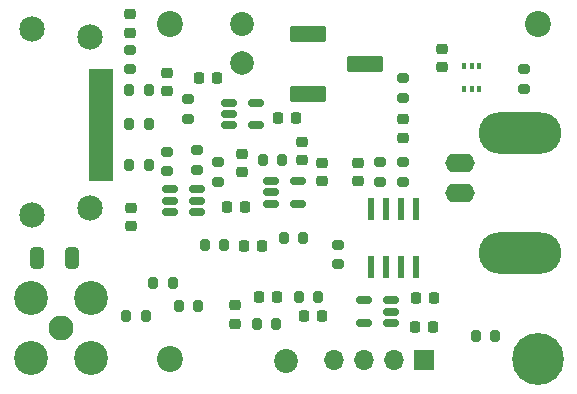
<source format=gbr>
%TF.GenerationSoftware,KiCad,Pcbnew,(6.0.11)*%
%TF.CreationDate,2024-01-26T14:49:33-06:00*%
%TF.ProjectId,voltage_sense,766f6c74-6167-4655-9f73-656e73652e6b,rev?*%
%TF.SameCoordinates,Original*%
%TF.FileFunction,Soldermask,Top*%
%TF.FilePolarity,Negative*%
%FSLAX46Y46*%
G04 Gerber Fmt 4.6, Leading zero omitted, Abs format (unit mm)*
G04 Created by KiCad (PCBNEW (6.0.11)) date 2024-01-26 14:49:33*
%MOMM*%
%LPD*%
G01*
G04 APERTURE LIST*
G04 Aperture macros list*
%AMRoundRect*
0 Rectangle with rounded corners*
0 $1 Rounding radius*
0 $2 $3 $4 $5 $6 $7 $8 $9 X,Y pos of 4 corners*
0 Add a 4 corners polygon primitive as box body*
4,1,4,$2,$3,$4,$5,$6,$7,$8,$9,$2,$3,0*
0 Add four circle primitives for the rounded corners*
1,1,$1+$1,$2,$3*
1,1,$1+$1,$4,$5*
1,1,$1+$1,$6,$7*
1,1,$1+$1,$8,$9*
0 Add four rect primitives between the rounded corners*
20,1,$1+$1,$2,$3,$4,$5,0*
20,1,$1+$1,$4,$5,$6,$7,0*
20,1,$1+$1,$6,$7,$8,$9,0*
20,1,$1+$1,$8,$9,$2,$3,0*%
G04 Aperture macros list end*
%ADD10R,0.558800X1.981200*%
%ADD11RoundRect,0.150000X-0.512500X-0.150000X0.512500X-0.150000X0.512500X0.150000X-0.512500X0.150000X0*%
%ADD12RoundRect,0.200000X0.200000X0.275000X-0.200000X0.275000X-0.200000X-0.275000X0.200000X-0.275000X0*%
%ADD13R,1.700000X1.700000*%
%ADD14O,1.700000X1.700000*%
%ADD15RoundRect,0.200000X0.275000X-0.200000X0.275000X0.200000X-0.275000X0.200000X-0.275000X-0.200000X0*%
%ADD16RoundRect,0.225000X-0.225000X-0.250000X0.225000X-0.250000X0.225000X0.250000X-0.225000X0.250000X0*%
%ADD17RoundRect,0.150000X0.512500X0.150000X-0.512500X0.150000X-0.512500X-0.150000X0.512500X-0.150000X0*%
%ADD18RoundRect,0.225000X-0.250000X0.225000X-0.250000X-0.225000X0.250000X-0.225000X0.250000X0.225000X0*%
%ADD19C,2.020000*%
%ADD20RoundRect,0.200000X-0.200000X-0.275000X0.200000X-0.275000X0.200000X0.275000X-0.200000X0.275000X0*%
%ADD21R,0.420000X0.600000*%
%ADD22RoundRect,0.200000X-0.275000X0.200000X-0.275000X-0.200000X0.275000X-0.200000X0.275000X0.200000X0*%
%ADD23RoundRect,0.225000X0.225000X0.250000X-0.225000X0.250000X-0.225000X-0.250000X0.225000X-0.250000X0*%
%ADD24C,2.000000*%
%ADD25C,2.200000*%
%ADD26O,2.500000X1.600000*%
%ADD27O,7.000000X3.500000*%
%ADD28RoundRect,0.101600X-0.950000X0.150000X-0.950000X-0.150000X0.950000X-0.150000X0.950000X0.150000X0*%
%ADD29RoundRect,0.100000X-0.950000X0.150000X-0.950000X-0.150000X0.950000X-0.150000X0.950000X0.150000X0*%
%ADD30C,2.153200*%
%ADD31C,4.400000*%
%ADD32RoundRect,0.250000X-0.325000X-0.650000X0.325000X-0.650000X0.325000X0.650000X-0.325000X0.650000X0*%
%ADD33RoundRect,0.102000X-1.395000X-0.595000X1.395000X-0.595000X1.395000X0.595000X-1.395000X0.595000X0*%
%ADD34RoundRect,0.225000X0.250000X-0.225000X0.250000X0.225000X-0.250000X0.225000X-0.250000X-0.225000X0*%
%ADD35C,2.108200*%
%ADD36C,2.870200*%
G04 APERTURE END LIST*
D10*
%TO.C,U7*%
X31127700Y11074400D03*
X32397700Y11074400D03*
X33667700Y11074400D03*
X34937700Y11074400D03*
X34937700Y16002000D03*
X33667700Y16002000D03*
X32397700Y16002000D03*
X31127700Y16002000D03*
%TD*%
D11*
%TO.C,U3*%
X22615200Y18348300D03*
X22615200Y17398300D03*
X22615200Y16448300D03*
X24890200Y16448300D03*
X24890200Y18348300D03*
%TD*%
D12*
%TO.C,R10*%
X14287000Y9715500D03*
X12637000Y9715500D03*
%TD*%
D13*
%TO.C,J2*%
X35550000Y3168500D03*
D14*
X33010000Y3168500D03*
X30470000Y3168500D03*
X27930000Y3168500D03*
%TD*%
D15*
%TO.C,R13*%
X33782000Y25400500D03*
X33782000Y27050500D03*
%TD*%
D16*
%TO.C,C6*%
X34912000Y8445500D03*
X36462000Y8445500D03*
%TD*%
D17*
%TO.C,U9*%
X32760500Y6352500D03*
X32760500Y7302500D03*
X32760500Y8252500D03*
X30485500Y8252500D03*
X30485500Y6352500D03*
%TD*%
D18*
%TO.C,C2*%
X29972000Y19888500D03*
X29972000Y18338500D03*
%TD*%
D19*
%TO.C,TP1*%
X23876000Y3111500D03*
%TD*%
D12*
%TO.C,R4*%
X12255000Y23177500D03*
X10605000Y23177500D03*
%TD*%
D15*
%TO.C,R6*%
X16383000Y19304500D03*
X16383000Y20954500D03*
%TD*%
D18*
%TO.C,C39*%
X10668000Y32461500D03*
X10668000Y30911500D03*
%TD*%
%TO.C,C8*%
X25273000Y21666500D03*
X25273000Y20116500D03*
%TD*%
D12*
%TO.C,R66*%
X26606000Y8572500D03*
X24956000Y8572500D03*
%TD*%
%TO.C,R71*%
X41592000Y5270500D03*
X39942000Y5270500D03*
%TD*%
D15*
%TO.C,R28*%
X15621000Y23622500D03*
X15621000Y25272500D03*
%TD*%
D20*
%TO.C,R16*%
X21400000Y6286500D03*
X23050000Y6286500D03*
%TD*%
D12*
%TO.C,R15*%
X16446000Y7810500D03*
X14796000Y7810500D03*
%TD*%
D21*
%TO.C,U4*%
X38974000Y26164500D03*
X39624000Y26164500D03*
X40274000Y26164500D03*
X40274000Y28064500D03*
X39624000Y28064500D03*
X38974000Y28064500D03*
%TD*%
D11*
%TO.C,IC1*%
X14102500Y17650500D03*
X14102500Y16700500D03*
X14102500Y15750500D03*
X16377500Y15750500D03*
X16377500Y16700500D03*
X16377500Y17650500D03*
%TD*%
D22*
%TO.C,R27*%
X13843000Y20827500D03*
X13843000Y19177500D03*
%TD*%
D23*
%TO.C,C11*%
X21857000Y12890500D03*
X20307000Y12890500D03*
%TD*%
D12*
%TO.C,R31*%
X23558000Y20129500D03*
X21908000Y20129500D03*
%TD*%
%TO.C,R3*%
X17019000Y12921500D03*
X18669000Y12921500D03*
%TD*%
D24*
%TO.C,TP9*%
X20193000Y28384500D03*
%TD*%
D25*
%TO.C,H7*%
X45200000Y31617500D03*
%TD*%
D20*
%TO.C,R14*%
X10351000Y6921500D03*
X12001000Y6921500D03*
%TD*%
D15*
%TO.C,R11*%
X44069000Y26162500D03*
X44069000Y27812500D03*
%TD*%
D22*
%TO.C,R26*%
X28321000Y12953500D03*
X28321000Y11303500D03*
%TD*%
D26*
%TO.C,J5*%
X38608000Y17317500D03*
D27*
X43688000Y22397500D03*
D26*
X38608000Y19857500D03*
D27*
X43688000Y12237500D03*
%TD*%
D28*
%TO.C,J4*%
X8268000Y18585500D03*
X8268000Y19085500D03*
X8268000Y19585500D03*
X8268000Y20085500D03*
X8268000Y20585500D03*
X8268000Y21085500D03*
X8268000Y21585500D03*
X8268000Y22085500D03*
X8268000Y22585500D03*
X8268000Y23085500D03*
X8268000Y23585500D03*
X8268000Y24085500D03*
X8268000Y24585500D03*
X8268000Y25085500D03*
X8268000Y25585500D03*
X8268000Y26085500D03*
X8268000Y26585500D03*
D29*
X8268000Y27085500D03*
X8268000Y27585500D03*
D30*
X7318000Y16085500D03*
X7318000Y30585500D03*
X2418000Y31185500D03*
X2418000Y15485500D03*
%TD*%
D22*
%TO.C,R9*%
X18161000Y19938500D03*
X18161000Y18288500D03*
%TD*%
D18*
%TO.C,C9*%
X26924000Y19888500D03*
X26924000Y18338500D03*
%TD*%
D23*
%TO.C,C14*%
X24778000Y23685500D03*
X23228000Y23685500D03*
%TD*%
%TO.C,C15*%
X18047000Y27114500D03*
X16497000Y27114500D03*
%TD*%
D12*
%TO.C,R29*%
X25336000Y13525500D03*
X23686000Y13525500D03*
%TD*%
D18*
%TO.C,C13*%
X19558000Y7823500D03*
X19558000Y6273500D03*
%TD*%
D11*
%TO.C,U1*%
X19091250Y24955500D03*
X19091250Y24005500D03*
X19091250Y23055500D03*
X21366250Y23055500D03*
X21366250Y24955500D03*
%TD*%
D15*
%TO.C,R30*%
X31877000Y18288500D03*
X31877000Y19938500D03*
%TD*%
D25*
%TO.C,H2*%
X14100000Y3317500D03*
%TD*%
D22*
%TO.C,R1*%
X10668000Y29463500D03*
X10668000Y27813500D03*
%TD*%
D31*
%TO.C,H3*%
X45200000Y3317500D03*
%TD*%
D22*
%TO.C,R12*%
X33782000Y19938500D03*
X33782000Y18288500D03*
%TD*%
D19*
%TO.C,TP2*%
X20193000Y31686500D03*
%TD*%
D32*
%TO.C,FB1*%
X2843000Y11874500D03*
X5793000Y11874500D03*
%TD*%
D12*
%TO.C,R18*%
X12255000Y26098500D03*
X10605000Y26098500D03*
%TD*%
D23*
%TO.C,C21*%
X20460000Y16192500D03*
X18910000Y16192500D03*
%TD*%
%TO.C,C19*%
X26937000Y6921500D03*
X25387000Y6921500D03*
%TD*%
D18*
%TO.C,C12*%
X33782000Y23571500D03*
X33782000Y22021500D03*
%TD*%
D33*
%TO.C,RV1*%
X25779000Y30797500D03*
X30609000Y28257500D03*
X25779000Y25717500D03*
%TD*%
D16*
%TO.C,C4*%
X34785000Y6032500D03*
X36335000Y6032500D03*
%TD*%
D34*
%TO.C,C10*%
X20193000Y19100500D03*
X20193000Y20650500D03*
%TD*%
%TO.C,C3*%
X10795000Y14528500D03*
X10795000Y16078500D03*
%TD*%
D25*
%TO.C,H1*%
X14100000Y31617500D03*
%TD*%
D12*
%TO.C,R2*%
X12255000Y19748500D03*
X10605000Y19748500D03*
%TD*%
D23*
%TO.C,C5*%
X23127000Y8572500D03*
X21577000Y8572500D03*
%TD*%
D34*
%TO.C,C1*%
X13843000Y25958500D03*
X13843000Y27508500D03*
%TD*%
D18*
%TO.C,C47*%
X37084000Y29540500D03*
X37084000Y27990500D03*
%TD*%
D35*
%TO.C,J1*%
X4826000Y5905500D03*
D36*
X7375900Y3355600D03*
X2276100Y3355600D03*
X2276100Y8455400D03*
X7375900Y8455400D03*
%TD*%
M02*

</source>
